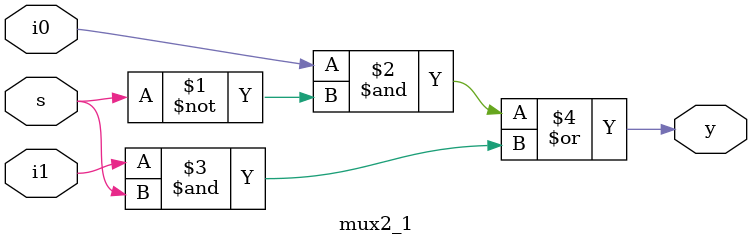
<source format=v>
module mux2_1(i0,i1,s,y);
input i0,i1,s;
output y;
assign y = i0&(~s) | i1&s;
endmodule

</source>
